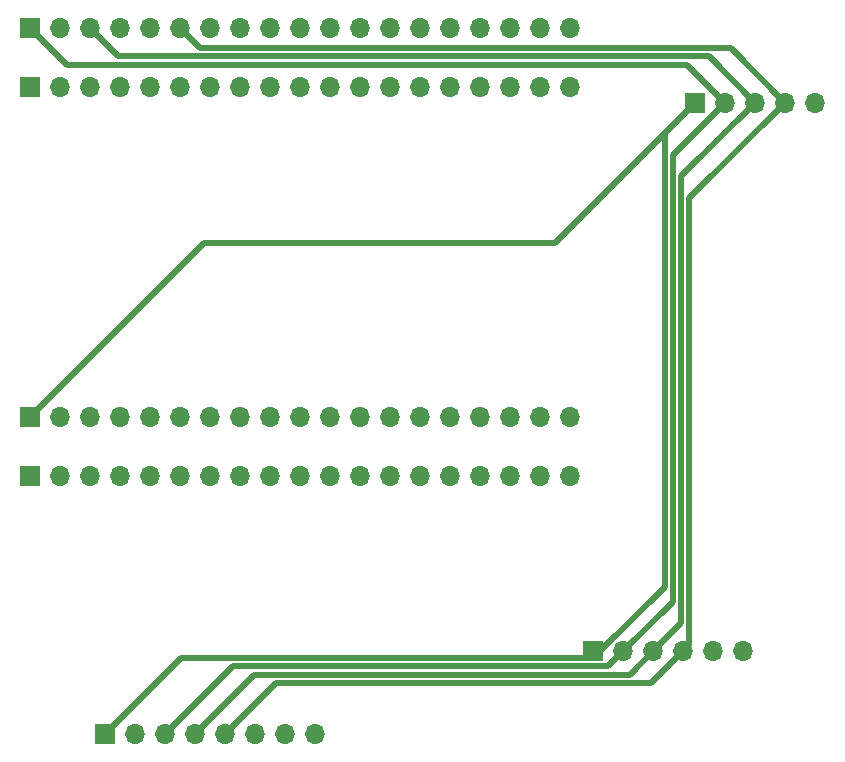
<source format=gbr>
%TF.GenerationSoftware,KiCad,Pcbnew,8.0.3*%
%TF.CreationDate,2024-06-28T16:21:33+02:00*%
%TF.ProjectId,infoscreen,696e666f-7363-4726-9565-6e2e6b696361,rev?*%
%TF.SameCoordinates,Original*%
%TF.FileFunction,Copper,L1,Top*%
%TF.FilePolarity,Positive*%
%FSLAX46Y46*%
G04 Gerber Fmt 4.6, Leading zero omitted, Abs format (unit mm)*
G04 Created by KiCad (PCBNEW 8.0.3) date 2024-06-28 16:21:33*
%MOMM*%
%LPD*%
G01*
G04 APERTURE LIST*
%TA.AperFunction,ComponentPad*%
%ADD10R,1.700000X1.700000*%
%TD*%
%TA.AperFunction,ComponentPad*%
%ADD11O,1.700000X1.700000*%
%TD*%
%TA.AperFunction,Conductor*%
%ADD12C,0.500000*%
%TD*%
G04 APERTURE END LIST*
D10*
%TO.P,ESP32-WROOM-32U1,1,3.3v*%
%TO.N,Net-(ESP32-WROOM-32U1-3.3v)*%
X122682000Y-112442000D03*
X122682000Y-107442000D03*
D11*
%TO.P,ESP32-WROOM-32U1,2,EN*%
%TO.N,unconnected-(ESP32-WROOM-32U1-EN-Pad2)*%
X125222000Y-112442000D03*
X125222000Y-107442000D03*
%TO.P,ESP32-WROOM-32U1,3,VP*%
%TO.N,unconnected-(ESP32-WROOM-32U1-VP-Pad3)*%
X127762000Y-112442000D03*
X127762000Y-107442000D03*
%TO.P,ESP32-WROOM-32U1,4,VN*%
%TO.N,unconnected-(ESP32-WROOM-32U1-VN-Pad4)*%
X130302000Y-112442000D03*
X130302000Y-107442000D03*
%TO.P,ESP32-WROOM-32U1,5,34*%
%TO.N,unconnected-(ESP32-WROOM-32U1-34-Pad5)*%
X132842000Y-112442000D03*
X132842000Y-107442000D03*
%TO.P,ESP32-WROOM-32U1,6,35*%
%TO.N,unconnected-(ESP32-WROOM-32U1-35-Pad6)*%
X135382000Y-112442000D03*
X135382000Y-107442000D03*
%TO.P,ESP32-WROOM-32U1,7,32*%
%TO.N,unconnected-(ESP32-WROOM-32U1-32-Pad7)*%
X137922000Y-112442000D03*
X137922000Y-107442000D03*
%TO.P,ESP32-WROOM-32U1,8,33*%
%TO.N,unconnected-(ESP32-WROOM-32U1-33-Pad8)*%
X140462000Y-112442000D03*
X140462000Y-107442000D03*
%TO.P,ESP32-WROOM-32U1,9,25*%
%TO.N,unconnected-(ESP32-WROOM-32U1-25-Pad9)*%
X143002000Y-112442000D03*
X143002000Y-107442000D03*
%TO.P,ESP32-WROOM-32U1,10,26*%
%TO.N,unconnected-(ESP32-WROOM-32U1-26-Pad10)*%
X145542000Y-112442000D03*
X145542000Y-107442000D03*
%TO.P,ESP32-WROOM-32U1,11,27*%
%TO.N,unconnected-(ESP32-WROOM-32U1-27-Pad11)*%
X148082000Y-112442000D03*
X148082000Y-107442000D03*
%TO.P,ESP32-WROOM-32U1,12,14*%
%TO.N,unconnected-(ESP32-WROOM-32U1-14-Pad12)*%
X150622000Y-112442000D03*
X150622000Y-107442000D03*
%TO.P,ESP32-WROOM-32U1,13,12*%
%TO.N,unconnected-(ESP32-WROOM-32U1-12-Pad13)*%
X153162000Y-112442000D03*
X153162000Y-107442000D03*
%TO.P,ESP32-WROOM-32U1,14,GND*%
%TO.N,unconnected-(ESP32-WROOM-32U1-GND-Pad14)*%
X155702000Y-112442000D03*
X155702000Y-107442000D03*
%TO.P,ESP32-WROOM-32U1,15,13*%
%TO.N,unconnected-(ESP32-WROOM-32U1-13-Pad15)*%
X158242000Y-112442000D03*
X158242000Y-107442000D03*
%TO.P,ESP32-WROOM-32U1,16,D2*%
%TO.N,unconnected-(ESP32-WROOM-32U1-D2-Pad16)*%
X160782000Y-112442000D03*
X160782000Y-107442000D03*
%TO.P,ESP32-WROOM-32U1,17,D3*%
%TO.N,unconnected-(ESP32-WROOM-32U1-D3-Pad17)*%
X163322000Y-112442000D03*
X163322000Y-107442000D03*
%TO.P,ESP32-WROOM-32U1,18,CMD*%
%TO.N,unconnected-(ESP32-WROOM-32U1-CMD-Pad18)*%
X165862000Y-112442000D03*
X165862000Y-107442000D03*
%TO.P,ESP32-WROOM-32U1,19,5V*%
%TO.N,unconnected-(ESP32-WROOM-32U1-5V-Pad19)*%
X168402000Y-112442000D03*
X168402000Y-107442000D03*
D10*
%TO.P,ESP32-WROOM-32U1,20,GND*%
%TO.N,Net-(U1-GND)*%
X122682000Y-79502000D03*
X122682000Y-74502000D03*
D11*
%TO.P,ESP32-WROOM-32U1,21,MOSI/23*%
%TO.N,unconnected-(ESP32-WROOM-32U1-MOSI{slash}23-Pad21)*%
X125222000Y-79502000D03*
X125222000Y-74502000D03*
%TO.P,ESP32-WROOM-32U1,22,SCL/22*%
%TO.N,Net-(ESP32-WROOM-32U1-SCL{slash}22)*%
X127762000Y-79502000D03*
X127762000Y-74502000D03*
%TO.P,ESP32-WROOM-32U1,23,TX*%
%TO.N,unconnected-(ESP32-WROOM-32U1-TX-Pad23)*%
X130302000Y-79502000D03*
X130302000Y-74502000D03*
%TO.P,ESP32-WROOM-32U1,24,RX*%
%TO.N,unconnected-(ESP32-WROOM-32U1-RX-Pad24)*%
X132842000Y-79502000D03*
X132842000Y-74502000D03*
%TO.P,ESP32-WROOM-32U1,25,SDA/21*%
%TO.N,Net-(ESP32-WROOM-32U1-SDA{slash}21)*%
X135382000Y-79502000D03*
X135382000Y-74502000D03*
%TO.P,ESP32-WROOM-32U1,26,GND*%
%TO.N,unconnected-(ESP32-WROOM-32U1-GND-Pad26)*%
X137922000Y-79502000D03*
X137922000Y-74502000D03*
%TO.P,ESP32-WROOM-32U1,27,MISO/19*%
%TO.N,unconnected-(ESP32-WROOM-32U1-MISO{slash}19-Pad27)*%
X140462000Y-79502000D03*
X140462000Y-74502000D03*
%TO.P,ESP32-WROOM-32U1,28,SCK/18*%
%TO.N,unconnected-(ESP32-WROOM-32U1-SCK{slash}18-Pad28)*%
X143002000Y-79502000D03*
X143002000Y-74502000D03*
%TO.P,ESP32-WROOM-32U1,29,SS/5*%
%TO.N,unconnected-(ESP32-WROOM-32U1-SS{slash}5-Pad29)*%
X145542000Y-79502000D03*
X145542000Y-74502000D03*
%TO.P,ESP32-WROOM-32U1,30,17*%
%TO.N,unconnected-(ESP32-WROOM-32U1-17-Pad30)*%
X148082000Y-79502000D03*
X148082000Y-74502000D03*
%TO.P,ESP32-WROOM-32U1,31,16*%
%TO.N,unconnected-(ESP32-WROOM-32U1-16-Pad31)*%
X150622000Y-79502000D03*
X150622000Y-74502000D03*
%TO.P,ESP32-WROOM-32U1,32,4*%
%TO.N,unconnected-(ESP32-WROOM-32U1-4-Pad32)*%
X153162000Y-79502000D03*
X153162000Y-74502000D03*
%TO.P,ESP32-WROOM-32U1,33,0*%
%TO.N,unconnected-(ESP32-WROOM-32U1-0-Pad33)*%
X155702000Y-79502000D03*
X155702000Y-74502000D03*
%TO.P,ESP32-WROOM-32U1,34,2*%
%TO.N,unconnected-(ESP32-WROOM-32U1-2-Pad34)*%
X158242000Y-79502000D03*
X158242000Y-74502000D03*
%TO.P,ESP32-WROOM-32U1,35,15*%
%TO.N,unconnected-(ESP32-WROOM-32U1-15-Pad35)*%
X160782000Y-79502000D03*
X160782000Y-74502000D03*
%TO.P,ESP32-WROOM-32U1,36,D1*%
%TO.N,unconnected-(ESP32-WROOM-32U1-D1-Pad36)*%
X163322000Y-79502000D03*
X163322000Y-74502000D03*
%TO.P,ESP32-WROOM-32U1,37,D0*%
%TO.N,unconnected-(ESP32-WROOM-32U1-D0-Pad37)*%
X165862000Y-79502000D03*
X165862000Y-74502000D03*
%TO.P,ESP32-WROOM-32U1,38,CLK*%
%TO.N,unconnected-(ESP32-WROOM-32U1-CLK-Pad38)*%
X168402000Y-79502000D03*
X168402000Y-74502000D03*
%TD*%
D10*
%TO.P,U3,1,VCC*%
%TO.N,Net-(ESP32-WROOM-32U1-3.3v)*%
X170366000Y-127254000D03*
D11*
%TO.P,U3,2,GND*%
%TO.N,Net-(U1-GND)*%
X172906000Y-127254000D03*
%TO.P,U3,3,SCL*%
%TO.N,Net-(ESP32-WROOM-32U1-SCL{slash}22)*%
X175446000Y-127254000D03*
%TO.P,U3,4,SDA*%
%TO.N,Net-(ESP32-WROOM-32U1-SDA{slash}21)*%
X177986000Y-127254000D03*
%TO.P,U3,5,CSB*%
%TO.N,unconnected-(U3-CSB-Pad5)*%
X180526000Y-127254000D03*
%TO.P,U3,6,SDO*%
%TO.N,unconnected-(U3-SDO-Pad6)*%
X183066000Y-127254000D03*
%TD*%
D10*
%TO.P,U1,1,VCC*%
%TO.N,Net-(ESP32-WROOM-32U1-3.3v)*%
X178982000Y-80804000D03*
D11*
%TO.P,U1,2,GND*%
%TO.N,Net-(U1-GND)*%
X181522000Y-80804000D03*
%TO.P,U1,3,SCL*%
%TO.N,Net-(ESP32-WROOM-32U1-SCL{slash}22)*%
X184062000Y-80804000D03*
%TO.P,U1,4,SDA*%
%TO.N,Net-(ESP32-WROOM-32U1-SDA{slash}21)*%
X186602000Y-80804000D03*
%TO.P,U1,5,INT*%
%TO.N,unconnected-(U1-INT-Pad5)*%
X189142000Y-80804000D03*
%TD*%
D10*
%TO.P,U2,1,VIN*%
%TO.N,Net-(ESP32-WROOM-32U1-3.3v)*%
X129042000Y-134254000D03*
D11*
%TO.P,U2,2,3V3*%
%TO.N,unconnected-(U2-3V3-Pad2)*%
X131582000Y-134254000D03*
%TO.P,U2,3,GND*%
%TO.N,Net-(U1-GND)*%
X134122000Y-134254000D03*
%TO.P,U2,4,SCL*%
%TO.N,Net-(ESP32-WROOM-32U1-SCL{slash}22)*%
X136662000Y-134254000D03*
%TO.P,U2,5,SDA*%
%TO.N,Net-(ESP32-WROOM-32U1-SDA{slash}21)*%
X139202000Y-134254000D03*
%TO.P,U2,6,ADD*%
%TO.N,unconnected-(U2-ADD-Pad6)*%
X141742000Y-134254000D03*
%TO.P,U2,7,CS*%
%TO.N,unconnected-(U2-CS-Pad7)*%
X144282000Y-134254000D03*
%TO.P,U2,8,INT*%
%TO.N,unconnected-(U2-INT-Pad8)*%
X146822000Y-134254000D03*
%TD*%
D12*
%TO.N,Net-(ESP32-WROOM-32U1-SDA{slash}21)*%
X175286000Y-129954000D02*
X143502000Y-129954000D01*
X178500000Y-126740000D02*
X178500000Y-88906000D01*
X178500000Y-88906000D02*
X186602000Y-80804000D01*
X186602000Y-80804000D02*
X181998000Y-76200000D01*
X177986000Y-127254000D02*
X175286000Y-129954000D01*
X143502000Y-129954000D02*
X139202000Y-134254000D01*
X181998000Y-76200000D02*
X137080000Y-76200000D01*
X177986000Y-127254000D02*
X178500000Y-126740000D01*
X137080000Y-76200000D02*
X135382000Y-74502000D01*
%TO.N,Net-(ESP32-WROOM-32U1-3.3v)*%
X170366000Y-127254000D02*
X169766000Y-127854000D01*
X170942000Y-127254000D02*
X170366000Y-127254000D01*
X169766000Y-127854000D02*
X135442000Y-127854000D01*
X135442000Y-127854000D02*
X129042000Y-134254000D01*
X178982000Y-80804000D02*
X176400000Y-83386000D01*
X167076000Y-92710000D02*
X178982000Y-80804000D01*
X176400000Y-83386000D02*
X176400000Y-121796000D01*
X137414000Y-92710000D02*
X167076000Y-92710000D01*
X176400000Y-121796000D02*
X170942000Y-127254000D01*
X122682000Y-107442000D02*
X137414000Y-92710000D01*
%TO.N,Net-(ESP32-WROOM-32U1-SCL{slash}22)*%
X177800000Y-124900000D02*
X175446000Y-127254000D01*
X177800000Y-87066000D02*
X177800000Y-124900000D01*
X175446000Y-127254000D02*
X173446000Y-129254000D01*
X173446000Y-129254000D02*
X141662000Y-129254000D01*
X130160000Y-76900000D02*
X180158000Y-76900000D01*
X180158000Y-76900000D02*
X184062000Y-80804000D01*
X141662000Y-129254000D02*
X136662000Y-134254000D01*
X184062000Y-80804000D02*
X177800000Y-87066000D01*
X127762000Y-74502000D02*
X130160000Y-76900000D01*
%TO.N,Net-(U1-GND)*%
X139822000Y-128554000D02*
X171606000Y-128554000D01*
X181522000Y-80804000D02*
X178318000Y-77600000D01*
X125780000Y-77600000D02*
X122682000Y-74502000D01*
X134122000Y-134254000D02*
X139822000Y-128554000D01*
X177100000Y-123060000D02*
X177100000Y-85226000D01*
X178318000Y-77600000D02*
X125780000Y-77600000D01*
X171606000Y-128554000D02*
X172906000Y-127254000D01*
X177100000Y-85226000D02*
X181522000Y-80804000D01*
X172906000Y-127254000D02*
X177100000Y-123060000D01*
%TD*%
M02*

</source>
